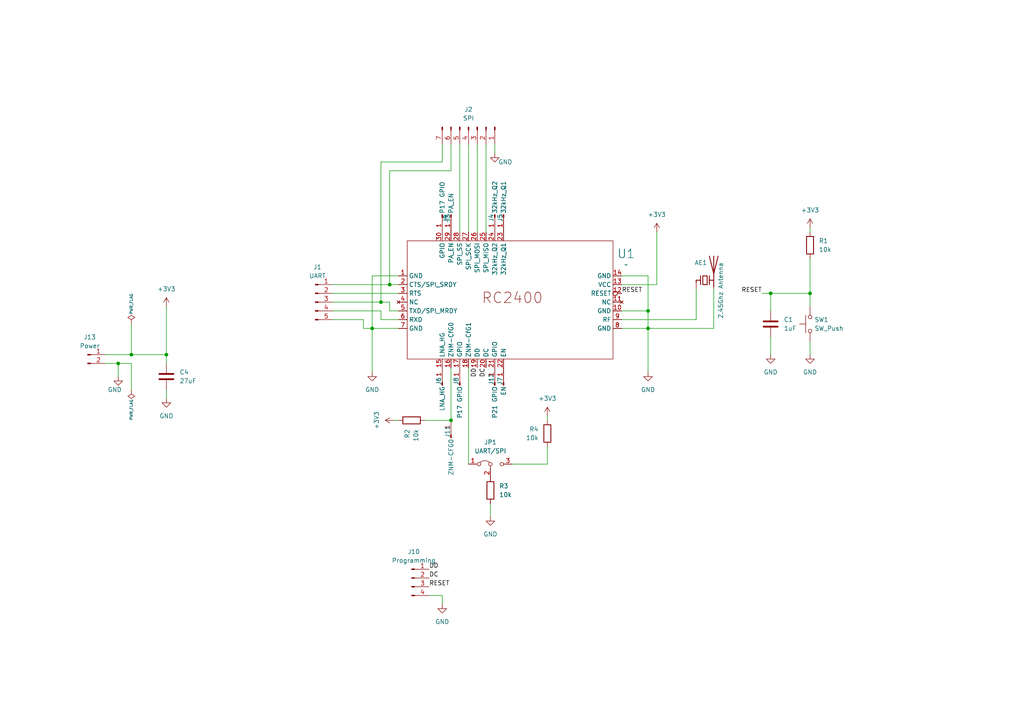
<source format=kicad_sch>
(kicad_sch (version 20250114) (generator "eeschema") (generator_version "9.0")
  (paper "A4")
  (lib_symbols
    (symbol "Connector:Conn_01x01_Pin" (pin_names (offset 1.016) (hide yes))
      (property "Reference" "J" (at 0 2.54 0))
      (property "Value" "Conn_01x01_Pin" (at 0 -2.54 0))
      (symbol "Conn_01x01_Pin_1_1"
        (rectangle (start 0.8636 0.127) (end 0 -0.127) (stroke (width 0.1524)) (fill (type outline)))
        (polyline (pts (xy 1.27 0) (xy 0.8636 0)) (stroke (width 0.1524)))
        (pin passive line (at 5.08 0 180) (length 3.81) (name "Pin_1") (number "1"))
      )
    )
    (symbol "Connector:Conn_01x02_Pin" (pin_names (offset 1.016) (hide yes))
      (property "Reference" "J" (at 0 2.54 0))
      (property "Value" "Conn_01x02_Pin" (at 0 -5.08 0))
      (symbol "Conn_01x02_Pin_1_1"
        (rectangle (start 0.8636 0.127) (end 0 -0.127) (stroke (width 0.1524)) (fill (type outline)))
        (rectangle (start 0.8636 -2.413) (end 0 -2.667) (stroke (width 0.1524)) (fill (type outline)))
        (polyline (pts (xy 1.27 0) (xy 0.8636 0)) (stroke (width 0.1524)))
        (polyline (pts (xy 1.27 -2.54) (xy 0.8636 -2.54)) (stroke (width 0.1524)))
        (pin passive line (at 5.08 0 180) (length 3.81) (name "Pin_1") (number "1"))
        (pin passive line (at 5.08 -2.54 180) (length 3.81) (name "Pin_2") (number "2"))
      )
    )
    (symbol "Connector:Conn_01x04_Pin" (pin_names (offset 1.016) (hide yes))
      (property "Reference" "J" (at 0 5.08 0))
      (property "Value" "Conn_01x04_Pin" (at 0 -7.62 0))
      (symbol "Conn_01x04_Pin_1_1"
        (rectangle (start 0.8636 2.667) (end 0 2.413) (stroke (width 0.1524)) (fill (type outline)))
        (rectangle (start 0.8636 0.127) (end 0 -0.127) (stroke (width 0.1524)) (fill (type outline)))
        (rectangle (start 0.8636 -2.413) (end 0 -2.667) (stroke (width 0.1524)) (fill (type outline)))
        (rectangle (start 0.8636 -4.953) (end 0 -5.207) (stroke (width 0.1524)) (fill (type outline)))
        (polyline (pts (xy 1.27 2.54) (xy 0.8636 2.54)) (stroke (width 0.1524)))
        (polyline (pts (xy 1.27 0) (xy 0.8636 0)) (stroke (width 0.1524)))
        (polyline (pts (xy 1.27 -2.54) (xy 0.8636 -2.54)) (stroke (width 0.1524)))
        (polyline (pts (xy 1.27 -5.08) (xy 0.8636 -5.08)) (stroke (width 0.1524)))
        (pin passive line (at 5.08 2.54 180) (length 3.81) (name "Pin_1") (number "1"))
        (pin passive line (at 5.08 0 180) (length 3.81) (name "Pin_2") (number "2"))
        (pin passive line (at 5.08 -2.54 180) (length 3.81) (name "Pin_3") (number "3"))
        (pin passive line (at 5.08 -5.08 180) (length 3.81) (name "Pin_4") (number "4"))
      )
    )
    (symbol "Connector:Conn_01x05_Pin" (pin_names (offset 1.016) (hide yes))
      (property "Reference" "J" (at 0 7.62 0))
      (property "Value" "Conn_01x05_Pin" (at 0 -7.62 0))
      (symbol "Conn_01x05_Pin_1_1"
        (rectangle (start 0.8636 5.207) (end 0 4.953) (stroke (width 0.1524)) (fill (type outline)))
        (rectangle (start 0.8636 2.667) (end 0 2.413) (stroke (width 0.1524)) (fill (type outline)))
        (rectangle (start 0.8636 0.127) (end 0 -0.127) (stroke (width 0.1524)) (fill (type outline)))
        (rectangle (start 0.8636 -2.413) (end 0 -2.667) (stroke (width 0.1524)) (fill (type outline)))
        (rectangle (start 0.8636 -4.953) (end 0 -5.207) (stroke (width 0.1524)) (fill (type outline)))
        (polyline (pts (xy 1.27 5.08) (xy 0.8636 5.08)) (stroke (width 0.1524)))
        (polyline (pts (xy 1.27 2.54) (xy 0.8636 2.54)) (stroke (width 0.1524)))
        (polyline (pts (xy 1.27 0) (xy 0.8636 0)) (stroke (width 0.1524)))
        (polyline (pts (xy 1.27 -2.54) (xy 0.8636 -2.54)) (stroke (width 0.1524)))
        (polyline (pts (xy 1.27 -5.08) (xy 0.8636 -5.08)) (stroke (width 0.1524)))
        (pin passive line (at 5.08 5.08 180) (length 3.81) (name "Pin_1") (number "1"))
        (pin passive line (at 5.08 2.54 180) (length 3.81) (name "Pin_2") (number "2"))
        (pin passive line (at 5.08 0 180) (length 3.81) (name "Pin_3") (number "3"))
        (pin passive line (at 5.08 -2.54 180) (length 3.81) (name "Pin_4") (number "4"))
        (pin passive line (at 5.08 -5.08 180) (length 3.81) (name "Pin_5") (number "5"))
      )
    )
    (symbol "Connector:Conn_01x07_Pin" (pin_names (offset 1.016) (hide yes))
      (property "Reference" "J" (at 0 10.16 0))
      (property "Value" "Conn_01x07_Pin" (at 0 -10.16 0))
      (symbol "Conn_01x07_Pin_1_1"
        (rectangle (start 0.8636 7.747) (end 0 7.493) (stroke (width 0.1524)) (fill (type outline)))
        (rectangle (start 0.8636 5.207) (end 0 4.953) (stroke (width 0.1524)) (fill (type outline)))
        (rectangle (start 0.8636 2.667) (end 0 2.413) (stroke (width 0.1524)) (fill (type outline)))
        (rectangle (start 0.8636 0.127) (end 0 -0.127) (stroke (width 0.1524)) (fill (type outline)))
        (rectangle (start 0.8636 -2.413) (end 0 -2.667) (stroke (width 0.1524)) (fill (type outline)))
        (rectangle (start 0.8636 -4.953) (end 0 -5.207) (stroke (width 0.1524)) (fill (type outline)))
        (rectangle (start 0.8636 -7.493) (end 0 -7.747) (stroke (width 0.1524)) (fill (type outline)))
        (polyline (pts (xy 1.27 7.62) (xy 0.8636 7.62)) (stroke (width 0.1524)))
        (polyline (pts (xy 1.27 5.08) (xy 0.8636 5.08)) (stroke (width 0.1524)))
        (polyline (pts (xy 1.27 2.54) (xy 0.8636 2.54)) (stroke (width 0.1524)))
        (polyline (pts (xy 1.27 0) (xy 0.8636 0)) (stroke (width 0.1524)))
        (polyline (pts (xy 1.27 -2.54) (xy 0.8636 -2.54)) (stroke (width 0.1524)))
        (polyline (pts (xy 1.27 -5.08) (xy 0.8636 -5.08)) (stroke (width 0.1524)))
        (polyline (pts (xy 1.27 -7.62) (xy 0.8636 -7.62)) (stroke (width 0.1524)))
        (pin passive line (at 5.08 7.62 180) (length 3.81) (name "Pin_1") (number "1"))
        (pin passive line (at 5.08 5.08 180) (length 3.81) (name "Pin_2") (number "2"))
        (pin passive line (at 5.08 2.54 180) (length 3.81) (name "Pin_3") (number "3"))
        (pin passive line (at 5.08 0 180) (length 3.81) (name "Pin_4") (number "4"))
        (pin passive line (at 5.08 -2.54 180) (length 3.81) (name "Pin_5") (number "5"))
        (pin passive line (at 5.08 -5.08 180) (length 3.81) (name "Pin_6") (number "6"))
        (pin passive line (at 5.08 -7.62 180) (length 3.81) (name "Pin_7") (number "7"))
      )
    )
    (symbol "Device:Antenna_Chip" (pin_numbers (hide yes)) (pin_names (offset 1.016) (hide yes))
      (property "Reference" "AE" (at 0 5.08 0))
      (property "Value" "Antenna_Chip" (at 0 3.175 0))
      (symbol "Antenna_Chip_0_1"
        (polyline (pts (xy -2.54 0) (xy -2.54 -0.635)) (stroke (width 0.254)))
        (polyline (pts (xy -2.54 0) (xy -1.27 0)) (stroke (width 0.254)))
        (polyline (pts (xy -1.27 1.27) (xy -1.27 -1.27) (xy -1.27 0)) (stroke (width 0.254)))
        (polyline (pts (xy -0.635 1.27) (xy 0.635 1.27) (xy 0.635 -1.27) (xy -0.635 -1.27) (xy -0.635 1.27)) (stroke (width 0.254)))
        (polyline (pts (xy 1.27 1.27) (xy 1.27 -1.27)) (stroke (width 0.254)))
        (polyline (pts (xy 1.27 0) (xy 2.54 0)) (stroke (width 0.254)))
        (polyline (pts (xy 2.54 6.985) (xy 2.54 -1.905)) (stroke (width 0.254)))
        (polyline (pts (xy 2.54 -0.635) (xy 2.54 0)))
        (polyline (pts (xy 3.81 6.985) (xy 2.54 1.905) (xy 1.27 6.985)) (stroke (width 0.254)))
      )
      (symbol "Antenna_Chip_1_1"
        (pin input line (at -2.54 -2.54 90) (length 2.54) (name "FEED") (number "1"))
        (pin passive line (at 2.54 -2.54 90) (length 2.54) (name "PCB_Trace") (number "2"))
      )
    )
    (symbol "Device:C" (pin_numbers (hide yes)) (pin_names (offset 0.254))
      (property "Reference" "C" (at 0.635 2.54 0))
      (property "Value" "C" (at 0.635 -2.54 0))
      (symbol "C_0_1"
        (polyline (pts (xy -2.032 0.762) (xy 2.032 0.762)) (stroke (width 0.508)))
        (polyline (pts (xy -2.032 -0.762) (xy 2.032 -0.762)) (stroke (width 0.508)))
      )
      (symbol "C_1_1"
        (pin passive line (at 0 3.81 270) (length 2.794) (name "~") (number "1"))
        (pin passive line (at 0 -3.81 90) (length 2.794) (name "~") (number "2"))
      )
    )
    (symbol "Device:R" (pin_numbers (hide yes)) (pin_names (offset 0))
      (property "Reference" "R" (at 2.032 0 90))
      (property "Value" "R" (at 0 0 90))
      (symbol "R_0_1"
        (rectangle (start -1.016 -2.54) (end 1.016 2.54) (stroke (width 0.254)))
      )
      (symbol "R_1_1"
        (pin passive line (at 0 3.81 270) (length 1.27) (name "~") (number "1"))
        (pin passive line (at 0 -3.81 90) (length 1.27) (name "~") (number "2"))
      )
    )
    (symbol "Jumper:Jumper_3_Bridged12" (pin_names (offset 0) (hide yes)) (in_bom no)
      (property "Reference" "JP" (at -2.54 -2.54 0))
      (property "Value" "Jumper_3_Bridged12" (at 0 2.794 0))
      (symbol "Jumper_3_Bridged12_0_0"
        (circle (center -3.302 0) (radius 0.508))
        (circle (center 0 0) (radius 0.508))
        (circle (center 3.302 0) (radius 0.508))
      )
      (symbol "Jumper_3_Bridged12_0_1"
        (arc (start -3.048 0.508) (mid -1.651 0.9912) (end -0.254 0.508))
        (polyline (pts (xy 0 -1.27) (xy 0 -0.508)))
      )
      (symbol "Jumper_3_Bridged12_1_1"
        (pin passive line (at -6.35 0 0) (length 2.54) (name "A") (number "1"))
        (pin passive line (at 0 -3.81 90) (length 2.54) (name "C") (number "2"))
        (pin passive line (at 6.35 0 180) (length 2.54) (name "B") (number "3"))
      )
    )
    (symbol "RC2400:RC2400"
      (property "Reference" "U" (at 14.224 13.97 0))
      (symbol "RC2400_0_1"
        (rectangle (start -30.48 16.51) (end 29.21 -17.78))
      )
      (symbol "RC2400_1_1"
        (text "RC2400" (at 0 0 0) (effects (font (size 3.048 3.048))))
        (pin power_in line (at -33.02 6.35 0) (length 2.54) (name "GND") (number "1"))
        (pin input line (at -33.02 3.81 0) (length 2.54) (name "CTS/SPI_SRDY") (number "2"))
        (pin output line (at -33.02 1.27 0) (length 2.54) (name "RTS") (number "3"))
        (pin no_connect line (at -33.02 -1.27 0) (length 2.54) (name "NC") (number "4"))
        (pin output line (at -33.02 -3.81 0) (length 2.54) (name "TXD/SPI_MRDY") (number "5"))
        (pin input line (at -33.02 -6.35 0) (length 2.54) (name "RXD") (number "6"))
        (pin power_in line (at -33.02 -8.89 0) (length 2.54) (name "GND") (number "7"))
        (pin bidirectional line (at -20.32 19.05 270) (length 2.54) (name "GPIO") (number "30"))
        (pin input line (at -20.32 -20.32 90) (length 2.54) (name "LNA_HG") (number "15"))
        (pin input line (at -17.78 19.05 270) (length 2.54) (name "PA_EN") (number "29"))
        (pin input line (at -17.78 -20.32 90) (length 2.54) (name "ZNM-CfG0") (number "16"))
        (pin input line (at -15.24 19.05 270) (length 2.54) (name "SPI_SS") (number "28"))
        (pin bidirectional line (at -15.24 -20.32 90) (length 2.54) (name "GPIO") (number "17"))
        (pin input line (at -12.7 19.05 270) (length 2.54) (name "SPI_SCK") (number "27"))
        (pin input line (at -12.7 -20.32 90) (length 2.54) (name "ZNM-CfG1") (number "18"))
        (pin input line (at -10.16 19.05 270) (length 2.54) (name "SPI_MOSI") (number "26"))
        (pin bidirectional line (at -10.16 -20.32 90) (length 2.54) (name "DD") (number "19"))
        (pin output line (at -7.62 19.05 270) (length 2.54) (name "SPI_MISO") (number "25"))
        (pin input line (at -7.62 -20.32 90) (length 2.54) (name "DC") (number "20"))
        (pin input line (at -5.08 19.05 270) (length 2.54) (name "32kHz_Q2") (number "24"))
        (pin bidirectional line (at -5.08 -20.32 90) (length 2.54) (name "GPIO") (number "21"))
        (pin input line (at -2.54 19.05 270) (length 2.54) (name "32kHz_Q1") (number "23"))
        (pin input line (at -2.54 -20.32 90) (length 2.54) (name "EN") (number "22"))
        (pin power_in line (at 31.75 6.35 180) (length 2.54) (name "GND") (number "14"))
        (pin power_in line (at 31.75 3.81 180) (length 2.54) (name "VCC") (number "13"))
        (pin input inverted (at 31.75 1.27 180) (length 2.54) (name "RESET") (number "12"))
        (pin no_connect line (at 31.75 -1.27 180) (length 2.54) (name "NC") (number "11"))
        (pin power_in line (at 31.75 -3.81 180) (length 2.54) (name "GND") (number "10"))
        (pin output line (at 31.75 -6.35 180) (length 2.54) (name "RF") (number "9"))
        (pin power_in line (at 31.75 -8.89 180) (length 2.54) (name "GND") (number "8"))
      )
    )
    (symbol "Switch:SW_Push" (pin_numbers (hide yes)) (pin_names (offset 1.016) (hide yes))
      (property "Reference" "SW" (at 1.27 2.54 0))
      (property "Value" "SW_Push" (at 0 -1.524 0))
      (symbol "SW_Push_0_1"
        (circle (center -2.032 0) (radius 0.508))
        (polyline (pts (xy 0 1.27) (xy 0 3.048)))
        (circle (center 2.032 0) (radius 0.508))
        (polyline (pts (xy 2.54 1.27) (xy -2.54 1.27)))
        (pin passive line (at -5.08 0 0) (length 2.54) (name "1") (number "1"))
        (pin passive line (at 5.08 0 180) (length 2.54) (name "2") (number "2"))
      )
    )
    (symbol "power:+3V3" (power) (pin_numbers (hide yes)) (pin_names (offset 0) (hide yes))
      (property "Value" "+3V3" (at 0 3.556 0))
      (symbol "+3V3_0_1"
        (polyline (pts (xy -0.762 1.27) (xy 0 2.54)))
        (polyline (pts (xy 0 2.54) (xy 0.762 1.27)))
        (polyline (pts (xy 0 0) (xy 0 2.54)))
      )
      (symbol "+3V3_1_1"
        (pin power_in line (at 0 0 90) (length 0) (name "~") (number "1"))
      )
    )
    (symbol "power:GND" (power) (pin_numbers (hide yes)) (pin_names (offset 0) (hide yes))
      (property "Value" "GND" (at 0 -3.81 0))
      (symbol "GND_0_1"
        (polyline (pts (xy 0 0) (xy 0 -1.27) (xy 1.27 -1.27) (xy 0 -2.54) (xy -1.27 -1.27) (xy 0 -1.27)))
      )
      (symbol "GND_1_1"
        (pin power_in line (at 0 0 270) (length 0) (name "~") (number "1"))
      )
    )
    (symbol "power:PWR_FLAG" (power) (pin_numbers (hide yes)) (pin_names (offset 0) (hide yes))
      (property "Value" "PWR_FLAG" (at 0 3.81 0))
      (symbol "PWR_FLAG_0_0"
        (pin power_out line (at 0 0 90) (length 0) (name "~") (number "1"))
      )
      (symbol "PWR_FLAG_0_1"
        (polyline (pts (xy 0 0) (xy 0 1.27) (xy -1.016 1.905) (xy 0 2.54) (xy 1.016 1.905) (xy 0 1.27)))
      )
    )
  )
  (junction (at 187.96 90.17))
  (junction (at 223.52 85.09))
  (junction (at 113.03 82.55))
  (junction (at 187.96 95.25))
  (junction (at 107.95 95.25))
  (junction (at 48.26 102.87))
  (junction (at 110.49 87.63))
  (junction (at 34.29 105.41))
  (junction (at 234.95 85.09))
  (junction (at 130.81 121.92))
  (junction (at 38.1 102.87))
  (wire (pts (xy 223.52 97.79) (xy 223.52 102.87)))
  (wire (pts (xy 48.26 113.03) (xy 48.26 115.57)))
  (wire (pts (xy 128.27 46.99) (xy 110.49 46.99)))
  (wire (pts (xy 234.95 85.09) (xy 234.95 88.9)))
  (wire (pts (xy 201.93 83.82) (xy 201.93 92.71)))
  (wire (pts (xy 190.5 82.55) (xy 190.5 67.31)))
  (wire (pts (xy 158.75 134.62) (xy 158.75 129.54)))
  (wire (pts (xy 180.34 95.25) (xy 187.96 95.25)))
  (wire (pts (xy 234.95 74.93) (xy 234.95 85.09)))
  (wire (pts (xy 140.97 41.91) (xy 140.97 67.31)))
  (wire (pts (xy 110.49 92.71) (xy 110.49 90.17)))
  (wire (pts (xy 135.89 106.68) (xy 135.89 134.62)))
  (wire (pts (xy 187.96 80.01) (xy 187.96 90.17)))
  (wire (pts (xy 96.52 82.55) (xy 113.03 82.55)))
  (wire (pts (xy 30.48 102.87) (xy 38.1 102.87)))
  (wire (pts (xy 128.27 41.91) (xy 128.27 46.99)))
  (wire (pts (xy 187.96 90.17) (xy 187.96 95.25)))
  (wire (pts (xy 207.01 83.82) (xy 207.01 95.25)))
  (wire (pts (xy 113.03 87.63) (xy 110.49 87.63)))
  (wire (pts (xy 180.34 92.71) (xy 201.93 92.71)))
  (wire (pts (xy 113.03 49.53) (xy 113.03 82.55)))
  (wire (pts (xy 38.1 105.41) (xy 34.29 105.41)))
  (wire (pts (xy 130.81 121.92) (xy 130.81 106.68)))
  (wire (pts (xy 34.29 105.41) (xy 34.29 109.22)))
  (wire (pts (xy 130.81 41.91) (xy 130.81 49.53)))
  (wire (pts (xy 180.34 90.17) (xy 187.96 90.17)))
  (wire (pts (xy 138.43 41.91) (xy 138.43 67.31)))
  (wire (pts (xy 234.95 66.04) (xy 234.95 67.31)))
  (wire (pts (xy 113.03 82.55) (xy 115.57 82.55)))
  (wire (pts (xy 180.34 82.55) (xy 190.5 82.55)))
  (wire (pts (xy 96.52 87.63) (xy 110.49 87.63)))
  (wire (pts (xy 30.48 105.41) (xy 34.29 105.41)))
  (wire (pts (xy 115.57 90.17) (xy 113.03 90.17)))
  (wire (pts (xy 180.34 80.01) (xy 187.96 80.01)))
  (wire (pts (xy 38.1 102.87) (xy 48.26 102.87)))
  (wire (pts (xy 207.01 95.25) (xy 187.96 95.25)))
  (wire (pts (xy 113.03 90.17) (xy 113.03 87.63)))
  (wire (pts (xy 38.1 93.98) (xy 38.1 102.87)))
  (wire (pts (xy 110.49 46.99) (xy 110.49 87.63)))
  (wire (pts (xy 223.52 85.09) (xy 223.52 90.17)))
  (wire (pts (xy 48.26 88.9) (xy 48.26 102.87)))
  (wire (pts (xy 187.96 95.25) (xy 187.96 107.95)))
  (wire (pts (xy 105.41 95.25) (xy 107.95 95.25)))
  (wire (pts (xy 133.35 41.91) (xy 133.35 67.31)))
  (wire (pts (xy 96.52 90.17) (xy 110.49 90.17)))
  (wire (pts (xy 124.46 172.72) (xy 128.27 172.72)))
  (wire (pts (xy 223.52 85.09) (xy 220.98 85.09)))
  (wire (pts (xy 130.81 49.53) (xy 113.03 49.53)))
  (wire (pts (xy 123.19 121.92) (xy 130.81 121.92)))
  (wire (pts (xy 128.27 172.72) (xy 128.27 175.26)))
  (wire (pts (xy 115.57 92.71) (xy 110.49 92.71)))
  (wire (pts (xy 143.51 41.91) (xy 143.51 44.45)))
  (wire (pts (xy 234.95 85.09) (xy 223.52 85.09)))
  (wire (pts (xy 135.89 41.91) (xy 135.89 67.31)))
  (wire (pts (xy 158.75 120.65) (xy 158.75 121.92)))
  (wire (pts (xy 48.26 102.87) (xy 48.26 105.41)))
  (wire (pts (xy 107.95 95.25) (xy 115.57 95.25)))
  (wire (pts (xy 96.52 92.71) (xy 105.41 92.71)))
  (wire (pts (xy 148.59 134.62) (xy 158.75 134.62)))
  (wire (pts (xy 234.95 99.06) (xy 234.95 102.87)))
  (wire (pts (xy 105.41 92.71) (xy 105.41 95.25)))
  (wire (pts (xy 114.3 121.92) (xy 115.57 121.92)))
  (wire (pts (xy 107.95 95.25) (xy 107.95 107.95)))
  (wire (pts (xy 38.1 113.03) (xy 38.1 105.41)))
  (wire (pts (xy 142.24 146.05) (xy 142.24 149.86)))
  (wire (pts (xy 96.52 85.09) (xy 115.57 85.09)))
  (wire (pts (xy 107.95 95.25) (xy 107.95 80.01)))
  (wire (pts (xy 107.95 80.01) (xy 115.57 80.01)))
  (label "DD" (at 138.43 106.68 270))
  (label "DC" (at 140.97 106.68 270))
  (label "DC" (at 124.46 167.64 0))
  (label "DD" (at 124.46 165.1 0))
  (label "RESET" (at 180.34 85.09 0))
  (label "RESET" (at 220.98 85.09 180))
  (label "RESET" (at 124.46 170.18 0))
  (symbol (lib_id "Connector:Conn_01x02_Pin") (at 25.4 102.87 0) (unit 1)
    (property "Reference" "J13" (at 26.035 97.79 0))
    (property "Value" "Power" (at 26.035 100.33 0))
    (property "Footprint" "Connector_PinHeader_2.54mm:PinHeader_1x02_P2.54mm_Vertical" (effects (hide yes)))
    (property "Description" "Generic connector, single row, 01x02, script generated" (effects (hide yes)))
  )
  (symbol (lib_id "power:+3V3") (at 234.95 66.04 0) (unit 1)
    (property "Reference" "#PWR06" (effects (hide yes)))
    (property "Value" "+3V3" (at 234.95 60.96 0))
    (property "Description" "Power symbol creates a global label with name \"+3V3\"" (effects (hide yes)))
  )
  (symbol (lib_id "Connector:Conn_01x05_Pin") (at 91.44 87.63 0) (unit 1)
    (property "Reference" "J1" (at 92.075 77.47 0))
    (property "Value" "UART" (at 92.075 80.01 0))
    (property "Footprint" "Connector_PinHeader_2.54mm:PinHeader_1x05_P2.54mm_Vertical" (effects (hide yes)))
    (property "Description" "Generic connector, single row, 01x05, script generated" (effects (hide yes)))
  )
  (symbol (lib_id "power:GND") (at 223.52 102.87 0) (unit 1)
    (property "Reference" "#PWR08" (effects (hide yes)))
    (property "Value" "GND" (at 223.52 107.95 0))
    (property "Description" "Power symbol creates a global label with name \"GND\" , ground" (effects (hide yes)))
  )
  (symbol (lib_id "Connector:Conn_01x01_Pin") (at 143.51 111.76 90) (unit 1)
    (property "Reference" "J12" (at 142.494 111.76 0) (effects (justify left)))
    (property "Value" "P21 GPIO" (at 143.51 112.014 0) (effects (justify right)))
    (property "Footprint" "TestPoint:TestPoint_Pad_1.5x1.5mm" (effects (hide yes)))
    (property "Description" "Generic connector, single row, 01x01, script generated" (effects (hide yes)))
  )
  (symbol (lib_id "Device:R") (at 119.38 121.92 90) (mirror x) (unit 1)
    (property "Reference" "R2" (at 118.1099 124.46 0) (effects (justify left)))
    (property "Value" "10k" (at 120.6499 124.46 0) (effects (justify left)))
    (property "Footprint" "Resistor_SMD:R_1206_3216Metric_Pad1.30x1.75mm_HandSolder" (effects (hide yes)))
    (property "Description" "Resistor" (effects (hide yes)))
  )
  (symbol (lib_id "Jumper:Jumper_3_Bridged12") (at 142.24 134.62 0) (unit 1) (in_bom no)
    (property "Reference" "JP1" (at 142.24 128.27 0))
    (property "Value" "UART/SPI" (at 142.24 130.81 0))
    (property "Footprint" "Connector_PinHeader_2.54mm:PinHeader_1x03_P2.54mm_Vertical" (effects (hide yes)))
    (property "Description" "Jumper, 3-pole, pins 1+2 closed/bridged" (effects (hide yes)))
  )
  (symbol (lib_id "power:GND") (at 128.27 175.26 0) (mirror y) (unit 1)
    (property "Reference" "#PWR010" (effects (hide yes)))
    (property "Value" "GND" (at 128.27 180.34 0))
    (property "Description" "Power symbol creates a global label with name \"GND\" , ground" (effects (hide yes)))
  )
  (symbol (lib_id "power:PWR_FLAG") (at 38.1 93.98 0) (unit 1)
    (property "Reference" "#FLG01" (effects (hide yes)))
    (property "Value" "PWR_FLAG" (at 38.1 91.186 90) (effects (font (size 0.8 0.8)) (justify left)))
    (property "Description" "Special symbol for telling ERC where power comes from" (effects (hide yes)))
  )
  (symbol (lib_id "power:GND") (at 34.29 109.22 0) (unit 1)
    (property "Reference" "#PWR015" (effects (hide yes)))
    (property "Value" "GND" (at 33.274 113.03 0))
    (property "Description" "Power symbol creates a global label with name \"GND\" , ground" (effects (hide yes)))
  )
  (symbol (lib_id "Device:Antenna_Chip") (at 204.47 81.28 0) (unit 1)
    (property "Reference" "AE1" (at 201.422 76.2 0) (effects (justify left)))
    (property "Value" "2.45Ghz Antenna" (at 209.042 92.456 90) (effects (justify left)))
    (property "Footprint" "RF_Antenna:Texas_SWRA117D_2.4GHz_Right" (effects (hide yes)))
    (property "Description" "Ceramic chip antenna with pin for PCB trace" (effects (hide yes)))
  )
  (symbol (lib_id "Device:R") (at 142.24 142.24 180) (unit 1)
    (property "Reference" "R3" (at 144.78 140.9699 0) (effects (justify right)))
    (property "Value" "10k" (at 144.78 143.5099 0) (effects (justify right)))
    (property "Footprint" "Resistor_SMD:R_1206_3216Metric_Pad1.30x1.75mm_HandSolder" (effects (hide yes)))
    (property "Description" "Resistor" (effects (hide yes)))
  )
  (symbol (lib_id "power:+3V3") (at 48.26 88.9 0) (unit 1)
    (property "Reference" "#PWR02" (effects (hide yes)))
    (property "Value" "+3V3" (at 48.26 83.82 0))
    (property "Description" "Power symbol creates a global label with name \"+3V3\"" (effects (hide yes)))
  )
  (symbol (lib_id "power:GND") (at 107.95 107.95 0) (unit 1)
    (property "Reference" "#PWR09" (effects (hide yes)))
    (property "Value" "GND" (at 107.95 113.03 0))
    (property "Description" "Power symbol creates a global label with name \"GND\" , ground" (effects (hide yes)))
  )
  (symbol (lib_id "Connector:Conn_01x01_Pin") (at 133.35 111.76 90) (unit 1)
    (property "Reference" "J8" (at 132.334 111.76 0) (effects (justify left)))
    (property "Value" "P17 GPIO" (at 133.35 112.014 0) (effects (justify right)))
    (property "Footprint" "TestPoint:TestPoint_Pad_1.5x1.5mm" (effects (hide yes)))
    (property "Description" "Generic connector, single row, 01x01, script generated" (effects (hide yes)))
  )
  (symbol (lib_id "power:GND") (at 48.26 115.57 0) (unit 1)
    (property "Reference" "#PWR021" (effects (hide yes)))
    (property "Value" "GND" (at 48.26 120.65 0))
    (property "Description" "Power symbol creates a global label with name \"GND\" , ground" (effects (hide yes)))
  )
  (symbol (lib_id "power:GND") (at 234.95 102.87 0) (unit 1)
    (property "Reference" "#PWR07" (effects (hide yes)))
    (property "Value" "GND" (at 234.95 107.95 0))
    (property "Description" "Power symbol creates a global label with name \"GND\" , ground" (effects (hide yes)))
  )
  (symbol (lib_id "Connector:Conn_01x01_Pin") (at 128.27 111.76 90) (unit 1)
    (property "Reference" "J6" (at 127.254 111.76 0) (effects (justify left)))
    (property "Value" "LNA_HG" (at 128.27 112.014 0) (effects (justify right)))
    (property "Footprint" "TestPoint:TestPoint_Pad_1.5x1.5mm" (effects (hide yes)))
    (property "Description" "Generic connector, single row, 01x01, script generated" (effects (hide yes)))
  )
  (symbol (lib_id "Device:C") (at 223.52 93.98 0) (unit 1)
    (property "Reference" "C1" (at 227.33 92.7099 0) (effects (justify left)))
    (property "Value" "1uF" (at 227.33 95.2499 0) (effects (justify left)))
    (property "Footprint" "Capacitor_SMD:C_1206_3216Metric_Pad1.33x1.80mm_HandSolder" (effects (hide yes)))
    (property "Description" "Unpolarized capacitor" (effects (hide yes)))
  )
  (symbol (lib_id "Connector:Conn_01x01_Pin") (at 146.05 62.23 270) (unit 1)
    (property "Reference" "J5" (at 145.034 61.976 0) (effects (justify left)))
    (property "Value" "32kHz_Q1" (at 146.05 61.976 0) (effects (justify right)))
    (property "Footprint" "TestPoint:TestPoint_Pad_1.5x1.5mm" (effects (hide yes)))
    (property "Description" "Generic connector, single row, 01x01, script generated" (effects (hide yes)))
  )
  (symbol (lib_id "Connector:Conn_01x04_Pin") (at 119.38 167.64 0) (unit 1)
    (property "Reference" "J10" (at 120.015 160.02 0))
    (property "Value" "Programming" (at 120.015 162.56 0))
    (property "Footprint" "Connector_PinHeader_2.54mm:PinHeader_1x04_P2.54mm_Vertical" (effects (hide yes)))
    (property "Description" "Generic connector, single row, 01x04, script generated" (effects (hide yes)))
  )
  (symbol (lib_id "Connector:Conn_01x01_Pin") (at 130.81 62.23 270) (unit 1)
    (property "Reference" "J3" (at 129.794 61.976 0) (effects (justify left)))
    (property "Value" "PA_EN" (at 130.81 61.976 0) (effects (justify right)))
    (property "Footprint" "TestPoint:TestPoint_Pad_1.5x1.5mm" (effects (hide yes)))
    (property "Description" "Generic connector, single row, 01x01, script generated" (effects (hide yes)))
  )
  (symbol (lib_id "Device:R") (at 234.95 71.12 0) (unit 1)
    (property "Reference" "R1" (at 237.49 69.8499 0) (effects (justify left)))
    (property "Value" "10k" (at 237.49 72.3899 0) (effects (justify left)))
    (property "Footprint" "Resistor_SMD:R_1206_3216Metric_Pad1.30x1.75mm_HandSolder" (effects (hide yes)))
    (property "Description" "Resistor" (effects (hide yes)))
  )
  (symbol (lib_id "Connector:Conn_01x01_Pin") (at 146.05 111.76 90) (unit 1)
    (property "Reference" "J7" (at 145.034 111.76 0) (effects (justify left)))
    (property "Value" "EN" (at 146.05 112.014 0) (effects (justify right)))
    (property "Footprint" "TestPoint:TestPoint_Pad_1.5x1.5mm" (effects (hide yes)))
    (property "Description" "Generic connector, single row, 01x01, script generated" (effects (hide yes)))
  )
  (symbol (lib_id "Device:R") (at 158.75 125.73 0) (mirror y) (unit 1)
    (property "Reference" "R4" (at 156.21 124.4599 0) (effects (justify left)))
    (property "Value" "10k" (at 156.21 126.9999 0) (effects (justify left)))
    (property "Footprint" "Resistor_SMD:R_1206_3216Metric_Pad1.30x1.75mm_HandSolder" (effects (hide yes)))
    (property "Description" "Resistor" (effects (hide yes)))
  )
  (symbol (lib_id "Connector:Conn_01x01_Pin") (at 143.51 62.23 270) (unit 1)
    (property "Reference" "J4" (at 142.494 61.976 0) (effects (justify left)))
    (property "Value" "32kHz_Q2" (at 143.51 61.976 0) (effects (justify right)))
    (property "Footprint" "TestPoint:TestPoint_Pad_1.5x1.5mm" (effects (hide yes)))
    (property "Description" "Generic connector, single row, 01x01, script generated" (effects (hide yes)))
  )
  (symbol (lib_id "Switch:SW_Push") (at 234.95 93.98 90) (unit 1)
    (property "Reference" "SW1" (at 236.22 92.7099 90) (effects (justify right)))
    (property "Value" "SW_Push" (at 236.22 95.2499 90) (effects (justify right)))
    (property "Footprint" "Connector_PinHeader_2.54mm:PinHeader_1x02_P2.54mm_Vertical" (effects (hide yes)))
    (property "Description" "Push button switch, generic, two pins" (effects (hide yes)))
  )
  (symbol (lib_id "Connector:Conn_01x01_Pin") (at 130.81 127 90) (unit 1)
    (property "Reference" "J11" (at 129.794 127 0) (effects (justify left)))
    (property "Value" "ZNM-CFG0" (at 130.81 127.254 0) (effects (justify right)))
    (property "Footprint" "TestPoint:TestPoint_Pad_1.5x1.5mm" (effects (hide yes)))
    (property "Description" "Generic connector, single row, 01x01, script generated" (effects (hide yes)))
  )
  (symbol (lib_id "power:+3V3") (at 114.3 121.92 90) (mirror x) (unit 1)
    (property "Reference" "#PWR012" (effects (hide yes)))
    (property "Value" "+3V3" (at 109.22 121.92 0))
    (property "Description" "Power symbol creates a global label with name \"+3V3\"" (effects (hide yes)))
  )
  (symbol (lib_id "power:+3V3") (at 158.75 120.65 0) (mirror y) (unit 1)
    (property "Reference" "#PWR014" (effects (hide yes)))
    (property "Value" "+3V3" (at 158.75 115.57 0))
    (property "Description" "Power symbol creates a global label with name \"+3V3\"" (effects (hide yes)))
  )
  (symbol (lib_id "Device:C") (at 48.26 109.22 0) (unit 1)
    (property "Reference" "C4" (at 52.07 107.9499 0) (effects (justify left)))
    (property "Value" "27uF" (at 52.07 110.4899 0) (effects (justify left)))
    (property "Footprint" "Capacitor_SMD:C_1206_3216Metric_Pad1.33x1.80mm_HandSolder" (effects (hide yes)))
    (property "Description" "Unpolarized capacitor" (effects (hide yes)))
  )
  (symbol (lib_id "power:GND") (at 187.96 107.95 0) (unit 1)
    (property "Reference" "#PWR05" (effects (hide yes)))
    (property "Value" "GND" (at 187.96 113.03 0))
    (property "Description" "Power symbol creates a global label with name \"GND\" , ground" (effects (hide yes)))
  )
  (symbol (lib_id "power:GND") (at 143.51 44.45 0) (unit 1)
    (property "Reference" "#PWR018" (effects (hide yes)))
    (property "Value" "GND" (at 146.558 46.99 0))
    (property "Description" "Power symbol creates a global label with name \"GND\" , ground" (effects (hide yes)))
  )
  (symbol (lib_id "Connector:Conn_01x01_Pin") (at 128.27 62.23 270) (unit 1)
    (property "Reference" "J9" (at 129.286 62.23 0) (effects (justify left)))
    (property "Value" "P17 GPIO" (at 128.27 61.976 0) (effects (justify right)))
    (property "Footprint" "TestPoint:TestPoint_Pad_1.5x1.5mm" (effects (hide yes)))
    (property "Description" "Generic connector, single row, 01x01, script generated" (effects (hide yes)))
  )
  (symbol (lib_id "power:PWR_FLAG") (at 38.1 113.03 180) (unit 1)
    (property "Reference" "#FLG02" (effects (hide yes)))
    (property "Value" "PWR_FLAG" (at 38.1 115.824 90) (effects (font (size 0.8 0.8)) (justify left)))
    (property "Description" "Special symbol for telling ERC where power comes from" (effects (hide yes)))
  )
  (symbol (lib_id "Connector:Conn_01x07_Pin") (at 135.89 36.83 270) (unit 1)
    (property "Reference" "J2" (at 135.89 31.75 90))
    (property "Value" "SPI" (at 135.89 34.29 90))
    (property "Footprint" "Connector_PinHeader_2.54mm:PinHeader_1x07_P2.54mm_Vertical" (effects (hide yes)))
    (property "Description" "Generic connector, single row, 01x07, script generated" (effects (hide yes)))
  )
  (symbol (lib_id "power:+3V3") (at 190.5 67.31 0) (unit 1)
    (property "Reference" "#PWR04" (effects (hide yes)))
    (property "Value" "+3V3" (at 190.5 62.23 0))
    (property "Description" "Power symbol creates a global label with name \"+3V3\"" (effects (hide yes)))
  )
  (symbol (lib_id "power:GND") (at 142.24 149.86 0) (unit 1)
    (property "Reference" "#PWR013" (effects (hide yes)))
    (property "Value" "GND" (at 142.24 154.94 0))
    (property "Description" "Power symbol creates a global label with name \"GND\" , ground" (effects (hide yes)))
  )
  (symbol (lib_id "RC2400:RC2400") (at 148.59 86.36 0) (unit 1)
    (property "Reference" "U1" (at 181.61 73.5898 0) (effects (font (size 2.54 2.54))))
    (property "Value" "~" (at 181.61 76.7649 0))
    (property "Footprint" "RC2400:RC2400" (effects (hide yes)))
  )
)
</source>
